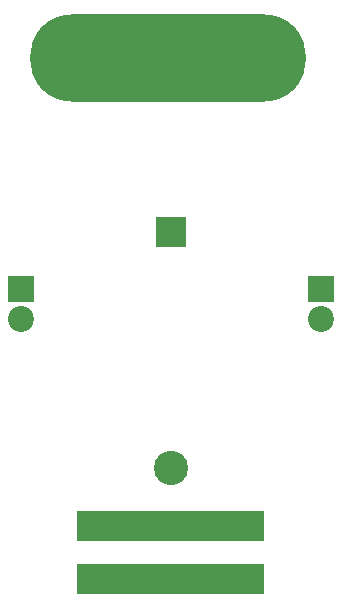
<source format=gbr>
G04 #@! TF.GenerationSoftware,KiCad,Pcbnew,(5.1.5)-3*
G04 #@! TF.CreationDate,2020-04-21T21:54:19-04:00*
G04 #@! TF.ProjectId,Tape and Crossbones 001,54617065-2061-46e6-9420-43726f737362,rev?*
G04 #@! TF.SameCoordinates,Original*
G04 #@! TF.FileFunction,Soldermask,Bot*
G04 #@! TF.FilePolarity,Negative*
%FSLAX46Y46*%
G04 Gerber Fmt 4.6, Leading zero omitted, Abs format (unit mm)*
G04 Created by KiCad (PCBNEW (5.1.5)-3) date 2020-04-21 21:54:19*
%MOMM*%
%LPD*%
G04 APERTURE LIST*
%ADD10R,9.400000X2.600000*%
%ADD11O,23.400000X7.400000*%
%ADD12C,2.900000*%
%ADD13R,2.570000X2.570000*%
%ADD14R,2.200000X2.200000*%
%ADD15C,2.200000*%
G04 APERTURE END LIST*
D10*
X69366000Y-82768000D03*
X75866000Y-82768000D03*
X69366000Y-78268000D03*
X75866000Y-78268000D03*
D11*
X72390000Y-38608000D03*
D12*
X72616840Y-73340000D03*
D13*
X72616840Y-53340000D03*
D14*
X59944000Y-58166000D03*
D15*
X59944000Y-60706000D03*
X85344000Y-60706000D03*
D14*
X85344000Y-58166000D03*
M02*

</source>
